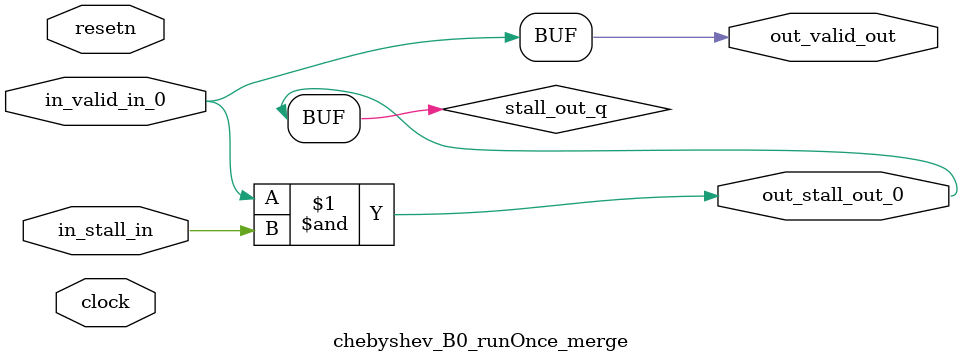
<source format=sv>



(* altera_attribute = "-name AUTO_SHIFT_REGISTER_RECOGNITION OFF; -name MESSAGE_DISABLE 10036; -name MESSAGE_DISABLE 10037; -name MESSAGE_DISABLE 14130; -name MESSAGE_DISABLE 14320; -name MESSAGE_DISABLE 15400; -name MESSAGE_DISABLE 14130; -name MESSAGE_DISABLE 10036; -name MESSAGE_DISABLE 12020; -name MESSAGE_DISABLE 12030; -name MESSAGE_DISABLE 12010; -name MESSAGE_DISABLE 12110; -name MESSAGE_DISABLE 14320; -name MESSAGE_DISABLE 13410; -name MESSAGE_DISABLE 113007; -name MESSAGE_DISABLE 10958" *)
module chebyshev_B0_runOnce_merge (
    input wire [0:0] in_stall_in,
    input wire [0:0] in_valid_in_0,
    output wire [0:0] out_stall_out_0,
    output wire [0:0] out_valid_out,
    input wire clock,
    input wire resetn
    );

    wire [0:0] stall_out_q;


    // stall_out(LOGICAL,6)
    assign stall_out_q = in_valid_in_0 & in_stall_in;

    // out_stall_out_0(GPOUT,4)
    assign out_stall_out_0 = stall_out_q;

    // out_valid_out(GPOUT,5)
    assign out_valid_out = in_valid_in_0;

endmodule

</source>
